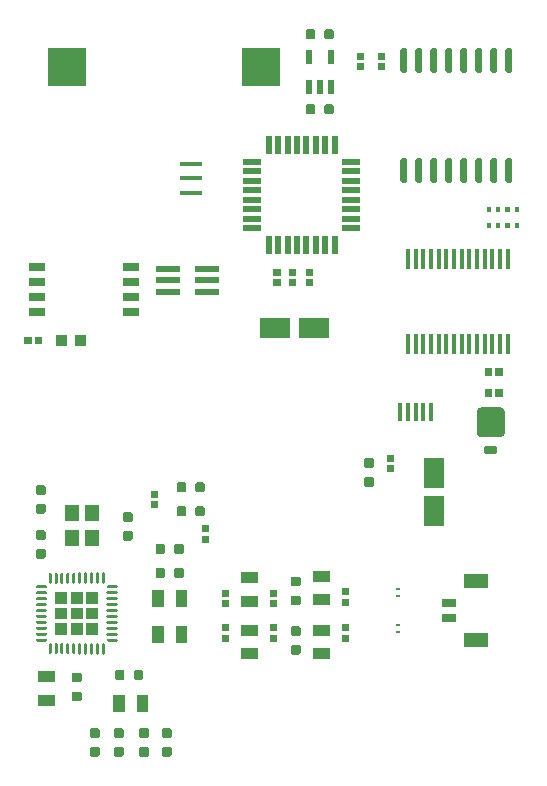
<source format=gtp>
G04 #@! TF.GenerationSoftware,KiCad,Pcbnew,(5.1.9)-1*
G04 #@! TF.CreationDate,2021-01-04T11:02:08-08:00*
G04 #@! TF.ProjectId,Plug_Pass,506c7567-5f50-4617-9373-2e6b69636164,v3.1*
G04 #@! TF.SameCoordinates,Original*
G04 #@! TF.FileFunction,Paste,Top*
G04 #@! TF.FilePolarity,Positive*
%FSLAX46Y46*%
G04 Gerber Fmt 4.6, Leading zero omitted, Abs format (unit mm)*
G04 Created by KiCad (PCBNEW (5.1.9)-1) date 2021-01-04 11:02:08*
%MOMM*%
%LPD*%
G01*
G04 APERTURE LIST*
%ADD10C,0.100000*%
%ADD11R,1.450000X0.750000*%
%ADD12R,2.000000X0.500000*%
%ADD13R,0.430000X0.280000*%
%ADD14R,3.200000X3.200000*%
%ADD15R,0.450000X1.500000*%
%ADD16R,1.200000X1.400000*%
%ADD17R,1.900000X0.400000*%
%ADD18R,1.800000X2.600000*%
%ADD19R,2.600000X1.800000*%
%ADD20R,2.150000X1.300000*%
%ADD21R,1.200000X0.800000*%
%ADD22R,1.500000X0.550000*%
%ADD23R,0.550000X1.500000*%
%ADD24R,0.450000X1.750000*%
%ADD25R,0.550000X1.200000*%
G04 APERTURE END LIST*
D10*
G36*
X135090000Y-110371000D02*
G01*
X134090000Y-110371000D01*
X134090000Y-111371000D01*
X135090000Y-111371000D01*
X135090000Y-110371000D01*
G37*
G36*
X135090000Y-109071000D02*
G01*
X134090000Y-109071000D01*
X134090000Y-110071000D01*
X135090000Y-110071000D01*
X135090000Y-109071000D01*
G37*
G36*
X136390000Y-109071000D02*
G01*
X135390000Y-109071000D01*
X135390000Y-110071000D01*
X136390000Y-110071000D01*
X136390000Y-109071000D01*
G37*
G36*
X136390000Y-110371000D02*
G01*
X135390000Y-110371000D01*
X135390000Y-111371000D01*
X136390000Y-111371000D01*
X136390000Y-110371000D01*
G37*
G36*
X137690000Y-109071000D02*
G01*
X136690000Y-109071000D01*
X136690000Y-110071000D01*
X137690000Y-110071000D01*
X137690000Y-109071000D01*
G37*
G36*
X137690000Y-110371000D02*
G01*
X136690000Y-110371000D01*
X136690000Y-111371000D01*
X137690000Y-111371000D01*
X137690000Y-110371000D01*
G37*
G36*
X135090000Y-111671000D02*
G01*
X134090000Y-111671000D01*
X134090000Y-112671000D01*
X135090000Y-112671000D01*
X135090000Y-111671000D01*
G37*
G36*
X136390000Y-111671000D02*
G01*
X135390000Y-111671000D01*
X135390000Y-112671000D01*
X136390000Y-112671000D01*
X136390000Y-111671000D01*
G37*
G36*
X137690000Y-111671000D02*
G01*
X136690000Y-111671000D01*
X136690000Y-112671000D01*
X137690000Y-112671000D01*
X137690000Y-111671000D01*
G37*
D11*
X140500000Y-81534000D03*
X140500000Y-82804000D03*
X140500000Y-84074000D03*
X140500000Y-85344000D03*
X132550000Y-85344000D03*
X132550000Y-84074000D03*
X132550000Y-82804000D03*
X132550000Y-81534000D03*
D12*
X146938000Y-83677000D03*
X143638000Y-83677000D03*
X146938000Y-82677000D03*
X143638000Y-82677000D03*
X146938000Y-81677000D03*
X143638000Y-81677000D03*
D13*
X163068000Y-112396000D03*
X163068000Y-111886000D03*
G36*
G01*
X149784250Y-113809000D02*
X151205750Y-113809000D01*
G75*
G02*
X151220000Y-113823250I0J-14250D01*
G01*
X151220000Y-114744750D01*
G75*
G02*
X151205750Y-114759000I-14250J0D01*
G01*
X149784250Y-114759000D01*
G75*
G02*
X149770000Y-114744750I0J14250D01*
G01*
X149770000Y-113823250D01*
G75*
G02*
X149784250Y-113809000I14250J0D01*
G01*
G37*
G36*
G01*
X149784250Y-111809000D02*
X151205750Y-111809000D01*
G75*
G02*
X151220000Y-111823250I0J-14250D01*
G01*
X151220000Y-112744750D01*
G75*
G02*
X151205750Y-112759000I-14250J0D01*
G01*
X149784250Y-112759000D01*
G75*
G02*
X149770000Y-112744750I0J14250D01*
G01*
X149770000Y-111823250D01*
G75*
G02*
X149784250Y-111809000I14250J0D01*
G01*
G37*
G36*
G01*
X158923700Y-112382000D02*
X158322300Y-112382000D01*
G75*
G02*
X158313000Y-112372700I0J9300D01*
G01*
X158313000Y-111771300D01*
G75*
G02*
X158322300Y-111762000I9300J0D01*
G01*
X158923700Y-111762000D01*
G75*
G02*
X158933000Y-111771300I0J-9300D01*
G01*
X158933000Y-112372700D01*
G75*
G02*
X158923700Y-112382000I-9300J0D01*
G01*
G37*
G36*
G01*
X158923700Y-113282000D02*
X158322300Y-113282000D01*
G75*
G02*
X158313000Y-113272700I0J9300D01*
G01*
X158313000Y-112671300D01*
G75*
G02*
X158322300Y-112662000I9300J0D01*
G01*
X158923700Y-112662000D01*
G75*
G02*
X158933000Y-112671300I0J-9300D01*
G01*
X158933000Y-113272700D01*
G75*
G02*
X158923700Y-113282000I-9300J0D01*
G01*
G37*
D14*
X151481400Y-64643000D03*
X135030600Y-64643000D03*
D15*
X165892000Y-93849000D03*
X165242000Y-93849000D03*
X164592000Y-93849000D03*
X163942000Y-93849000D03*
X163292000Y-93849000D03*
D16*
X135460000Y-104521000D03*
X135460000Y-102321000D03*
X137160000Y-102321000D03*
X137160000Y-104521000D03*
G36*
G01*
X153877300Y-82563000D02*
X154478700Y-82563000D01*
G75*
G02*
X154488000Y-82572300I0J-9300D01*
G01*
X154488000Y-83173700D01*
G75*
G02*
X154478700Y-83183000I-9300J0D01*
G01*
X153877300Y-83183000D01*
G75*
G02*
X153868000Y-83173700I0J9300D01*
G01*
X153868000Y-82572300D01*
G75*
G02*
X153877300Y-82563000I9300J0D01*
G01*
G37*
G36*
G01*
X153877300Y-81663000D02*
X154478700Y-81663000D01*
G75*
G02*
X154488000Y-81672300I0J-9300D01*
G01*
X154488000Y-82273700D01*
G75*
G02*
X154478700Y-82283000I-9300J0D01*
G01*
X153877300Y-82283000D01*
G75*
G02*
X153868000Y-82273700I0J9300D01*
G01*
X153868000Y-81672300D01*
G75*
G02*
X153877300Y-81663000I9300J0D01*
G01*
G37*
D17*
X145542000Y-75241000D03*
X145542000Y-74041000D03*
X145542000Y-72841000D03*
G36*
G01*
X132347000Y-88057700D02*
X132347000Y-87456300D01*
G75*
G02*
X132356300Y-87447000I9300J0D01*
G01*
X132957700Y-87447000D01*
G75*
G02*
X132967000Y-87456300I0J-9300D01*
G01*
X132967000Y-88057700D01*
G75*
G02*
X132957700Y-88067000I-9300J0D01*
G01*
X132356300Y-88067000D01*
G75*
G02*
X132347000Y-88057700I0J9300D01*
G01*
G37*
G36*
G01*
X131447000Y-88057700D02*
X131447000Y-87456300D01*
G75*
G02*
X131456300Y-87447000I9300J0D01*
G01*
X132057700Y-87447000D01*
G75*
G02*
X132067000Y-87456300I0J-9300D01*
G01*
X132067000Y-88057700D01*
G75*
G02*
X132057700Y-88067000I-9300J0D01*
G01*
X131456300Y-88067000D01*
G75*
G02*
X131447000Y-88057700I0J9300D01*
G01*
G37*
G36*
G01*
X171336000Y-92502700D02*
X171336000Y-91901300D01*
G75*
G02*
X171345300Y-91892000I9300J0D01*
G01*
X171946700Y-91892000D01*
G75*
G02*
X171956000Y-91901300I0J-9300D01*
G01*
X171956000Y-92502700D01*
G75*
G02*
X171946700Y-92512000I-9300J0D01*
G01*
X171345300Y-92512000D01*
G75*
G02*
X171336000Y-92502700I0J9300D01*
G01*
G37*
G36*
G01*
X170436000Y-92502700D02*
X170436000Y-91901300D01*
G75*
G02*
X170445300Y-91892000I9300J0D01*
G01*
X171046700Y-91892000D01*
G75*
G02*
X171056000Y-91901300I0J-9300D01*
G01*
X171056000Y-92502700D01*
G75*
G02*
X171046700Y-92512000I-9300J0D01*
G01*
X170445300Y-92512000D01*
G75*
G02*
X170436000Y-92502700I0J9300D01*
G01*
G37*
G36*
G01*
X171336000Y-90724700D02*
X171336000Y-90123300D01*
G75*
G02*
X171345300Y-90114000I9300J0D01*
G01*
X171946700Y-90114000D01*
G75*
G02*
X171956000Y-90123300I0J-9300D01*
G01*
X171956000Y-90724700D01*
G75*
G02*
X171946700Y-90734000I-9300J0D01*
G01*
X171345300Y-90734000D01*
G75*
G02*
X171336000Y-90724700I0J9300D01*
G01*
G37*
G36*
G01*
X170436000Y-90724700D02*
X170436000Y-90123300D01*
G75*
G02*
X170445300Y-90114000I9300J0D01*
G01*
X171046700Y-90114000D01*
G75*
G02*
X171056000Y-90123300I0J-9300D01*
G01*
X171056000Y-90724700D01*
G75*
G02*
X171046700Y-90734000I-9300J0D01*
G01*
X170445300Y-90734000D01*
G75*
G02*
X170436000Y-90724700I0J9300D01*
G01*
G37*
G36*
G01*
X146511300Y-104280000D02*
X147112700Y-104280000D01*
G75*
G02*
X147122000Y-104289300I0J-9300D01*
G01*
X147122000Y-104890700D01*
G75*
G02*
X147112700Y-104900000I-9300J0D01*
G01*
X146511300Y-104900000D01*
G75*
G02*
X146502000Y-104890700I0J9300D01*
G01*
X146502000Y-104289300D01*
G75*
G02*
X146511300Y-104280000I9300J0D01*
G01*
G37*
G36*
G01*
X146511300Y-103380000D02*
X147112700Y-103380000D01*
G75*
G02*
X147122000Y-103389300I0J-9300D01*
G01*
X147122000Y-103990700D01*
G75*
G02*
X147112700Y-104000000I-9300J0D01*
G01*
X146511300Y-104000000D01*
G75*
G02*
X146502000Y-103990700I0J9300D01*
G01*
X146502000Y-103389300D01*
G75*
G02*
X146511300Y-103380000I9300J0D01*
G01*
G37*
G36*
G01*
X142193300Y-101359000D02*
X142794700Y-101359000D01*
G75*
G02*
X142804000Y-101368300I0J-9300D01*
G01*
X142804000Y-101969700D01*
G75*
G02*
X142794700Y-101979000I-9300J0D01*
G01*
X142193300Y-101979000D01*
G75*
G02*
X142184000Y-101969700I0J9300D01*
G01*
X142184000Y-101368300D01*
G75*
G02*
X142193300Y-101359000I9300J0D01*
G01*
G37*
G36*
G01*
X142193300Y-100459000D02*
X142794700Y-100459000D01*
G75*
G02*
X142804000Y-100468300I0J-9300D01*
G01*
X142804000Y-101069700D01*
G75*
G02*
X142794700Y-101079000I-9300J0D01*
G01*
X142193300Y-101079000D01*
G75*
G02*
X142184000Y-101069700I0J9300D01*
G01*
X142184000Y-100468300D01*
G75*
G02*
X142193300Y-100459000I9300J0D01*
G01*
G37*
G36*
G01*
X158923700Y-109334000D02*
X158322300Y-109334000D01*
G75*
G02*
X158313000Y-109324700I0J9300D01*
G01*
X158313000Y-108723300D01*
G75*
G02*
X158322300Y-108714000I9300J0D01*
G01*
X158923700Y-108714000D01*
G75*
G02*
X158933000Y-108723300I0J-9300D01*
G01*
X158933000Y-109324700D01*
G75*
G02*
X158923700Y-109334000I-9300J0D01*
G01*
G37*
G36*
G01*
X158923700Y-110234000D02*
X158322300Y-110234000D01*
G75*
G02*
X158313000Y-110224700I0J9300D01*
G01*
X158313000Y-109623300D01*
G75*
G02*
X158322300Y-109614000I9300J0D01*
G01*
X158923700Y-109614000D01*
G75*
G02*
X158933000Y-109623300I0J-9300D01*
G01*
X158933000Y-110224700D01*
G75*
G02*
X158923700Y-110234000I-9300J0D01*
G01*
G37*
G36*
G01*
X159592300Y-64275000D02*
X160193700Y-64275000D01*
G75*
G02*
X160203000Y-64284300I0J-9300D01*
G01*
X160203000Y-64885700D01*
G75*
G02*
X160193700Y-64895000I-9300J0D01*
G01*
X159592300Y-64895000D01*
G75*
G02*
X159583000Y-64885700I0J9300D01*
G01*
X159583000Y-64284300D01*
G75*
G02*
X159592300Y-64275000I9300J0D01*
G01*
G37*
G36*
G01*
X159592300Y-63375000D02*
X160193700Y-63375000D01*
G75*
G02*
X160203000Y-63384300I0J-9300D01*
G01*
X160203000Y-63985700D01*
G75*
G02*
X160193700Y-63995000I-9300J0D01*
G01*
X159592300Y-63995000D01*
G75*
G02*
X159583000Y-63985700I0J9300D01*
G01*
X159583000Y-63384300D01*
G75*
G02*
X159592300Y-63375000I9300J0D01*
G01*
G37*
G36*
G01*
X161370300Y-64275000D02*
X161971700Y-64275000D01*
G75*
G02*
X161981000Y-64284300I0J-9300D01*
G01*
X161981000Y-64885700D01*
G75*
G02*
X161971700Y-64895000I-9300J0D01*
G01*
X161370300Y-64895000D01*
G75*
G02*
X161361000Y-64885700I0J9300D01*
G01*
X161361000Y-64284300D01*
G75*
G02*
X161370300Y-64275000I9300J0D01*
G01*
G37*
G36*
G01*
X161370300Y-63375000D02*
X161971700Y-63375000D01*
G75*
G02*
X161981000Y-63384300I0J-9300D01*
G01*
X161981000Y-63985700D01*
G75*
G02*
X161971700Y-63995000I-9300J0D01*
G01*
X161370300Y-63995000D01*
G75*
G02*
X161361000Y-63985700I0J9300D01*
G01*
X161361000Y-63384300D01*
G75*
G02*
X161370300Y-63375000I9300J0D01*
G01*
G37*
G36*
G01*
X134060750Y-116696000D02*
X132639250Y-116696000D01*
G75*
G02*
X132625000Y-116681750I0J14250D01*
G01*
X132625000Y-115760250D01*
G75*
G02*
X132639250Y-115746000I14250J0D01*
G01*
X134060750Y-115746000D01*
G75*
G02*
X134075000Y-115760250I0J-14250D01*
G01*
X134075000Y-116681750D01*
G75*
G02*
X134060750Y-116696000I-14250J0D01*
G01*
G37*
G36*
G01*
X134060750Y-118696000D02*
X132639250Y-118696000D01*
G75*
G02*
X132625000Y-118681750I0J14250D01*
G01*
X132625000Y-117760250D01*
G75*
G02*
X132639250Y-117746000I14250J0D01*
G01*
X134060750Y-117746000D01*
G75*
G02*
X134075000Y-117760250I0J-14250D01*
G01*
X134075000Y-118681750D01*
G75*
G02*
X134060750Y-118696000I-14250J0D01*
G01*
G37*
G36*
G01*
X143239000Y-108890250D02*
X143239000Y-110311750D01*
G75*
G02*
X143224750Y-110326000I-14250J0D01*
G01*
X142303250Y-110326000D01*
G75*
G02*
X142289000Y-110311750I0J14250D01*
G01*
X142289000Y-108890250D01*
G75*
G02*
X142303250Y-108876000I14250J0D01*
G01*
X143224750Y-108876000D01*
G75*
G02*
X143239000Y-108890250I0J-14250D01*
G01*
G37*
G36*
G01*
X145239000Y-108890250D02*
X145239000Y-110311750D01*
G75*
G02*
X145224750Y-110326000I-14250J0D01*
G01*
X144303250Y-110326000D01*
G75*
G02*
X144289000Y-110311750I0J14250D01*
G01*
X144289000Y-108890250D01*
G75*
G02*
X144303250Y-108876000I14250J0D01*
G01*
X145224750Y-108876000D01*
G75*
G02*
X145239000Y-108890250I0J-14250D01*
G01*
G37*
G36*
G01*
X143239000Y-111938250D02*
X143239000Y-113359750D01*
G75*
G02*
X143224750Y-113374000I-14250J0D01*
G01*
X142303250Y-113374000D01*
G75*
G02*
X142289000Y-113359750I0J14250D01*
G01*
X142289000Y-111938250D01*
G75*
G02*
X142303250Y-111924000I14250J0D01*
G01*
X143224750Y-111924000D01*
G75*
G02*
X143239000Y-111938250I0J-14250D01*
G01*
G37*
G36*
G01*
X145239000Y-111938250D02*
X145239000Y-113359750D01*
G75*
G02*
X145224750Y-113374000I-14250J0D01*
G01*
X144303250Y-113374000D01*
G75*
G02*
X144289000Y-113359750I0J14250D01*
G01*
X144289000Y-111938250D01*
G75*
G02*
X144303250Y-111924000I14250J0D01*
G01*
X145224750Y-111924000D01*
G75*
G02*
X145239000Y-111938250I0J-14250D01*
G01*
G37*
G36*
G01*
X139937000Y-117780250D02*
X139937000Y-119201750D01*
G75*
G02*
X139922750Y-119216000I-14250J0D01*
G01*
X139001250Y-119216000D01*
G75*
G02*
X138987000Y-119201750I0J14250D01*
G01*
X138987000Y-117780250D01*
G75*
G02*
X139001250Y-117766000I14250J0D01*
G01*
X139922750Y-117766000D01*
G75*
G02*
X139937000Y-117780250I0J-14250D01*
G01*
G37*
G36*
G01*
X141937000Y-117780250D02*
X141937000Y-119201750D01*
G75*
G02*
X141922750Y-119216000I-14250J0D01*
G01*
X141001250Y-119216000D01*
G75*
G02*
X140987000Y-119201750I0J14250D01*
G01*
X140987000Y-117780250D01*
G75*
G02*
X141001250Y-117766000I14250J0D01*
G01*
X141922750Y-117766000D01*
G75*
G02*
X141937000Y-117780250I0J-14250D01*
G01*
G37*
G36*
G01*
X136632000Y-87295500D02*
X136632000Y-88218500D01*
G75*
G02*
X136618500Y-88232000I-13500J0D01*
G01*
X135745500Y-88232000D01*
G75*
G02*
X135732000Y-88218500I0J13500D01*
G01*
X135732000Y-87295500D01*
G75*
G02*
X135745500Y-87282000I13500J0D01*
G01*
X136618500Y-87282000D01*
G75*
G02*
X136632000Y-87295500I0J-13500D01*
G01*
G37*
G36*
G01*
X135032000Y-87295500D02*
X135032000Y-88218500D01*
G75*
G02*
X135018500Y-88232000I-13500J0D01*
G01*
X134145500Y-88232000D01*
G75*
G02*
X134132000Y-88218500I0J13500D01*
G01*
X134132000Y-87295500D01*
G75*
G02*
X134145500Y-87282000I13500J0D01*
G01*
X135018500Y-87282000D01*
G75*
G02*
X135032000Y-87295500I0J-13500D01*
G01*
G37*
G36*
G01*
X162132300Y-97411000D02*
X162733700Y-97411000D01*
G75*
G02*
X162743000Y-97420300I0J-9300D01*
G01*
X162743000Y-98021700D01*
G75*
G02*
X162733700Y-98031000I-9300J0D01*
G01*
X162132300Y-98031000D01*
G75*
G02*
X162123000Y-98021700I0J9300D01*
G01*
X162123000Y-97420300D01*
G75*
G02*
X162132300Y-97411000I9300J0D01*
G01*
G37*
G36*
G01*
X162132300Y-98311000D02*
X162733700Y-98311000D01*
G75*
G02*
X162743000Y-98320300I0J-9300D01*
G01*
X162743000Y-98921700D01*
G75*
G02*
X162733700Y-98931000I-9300J0D01*
G01*
X162132300Y-98931000D01*
G75*
G02*
X162123000Y-98921700I0J9300D01*
G01*
X162123000Y-98320300D01*
G75*
G02*
X162132300Y-98311000I9300J0D01*
G01*
G37*
D18*
X166116000Y-102234000D03*
X166116000Y-98934000D03*
G36*
G01*
X155274300Y-81663000D02*
X155875700Y-81663000D01*
G75*
G02*
X155885000Y-81672300I0J-9300D01*
G01*
X155885000Y-82273700D01*
G75*
G02*
X155875700Y-82283000I-9300J0D01*
G01*
X155274300Y-82283000D01*
G75*
G02*
X155265000Y-82273700I0J9300D01*
G01*
X155265000Y-81672300D01*
G75*
G02*
X155274300Y-81663000I9300J0D01*
G01*
G37*
G36*
G01*
X155274300Y-82563000D02*
X155875700Y-82563000D01*
G75*
G02*
X155885000Y-82572300I0J-9300D01*
G01*
X155885000Y-83173700D01*
G75*
G02*
X155875700Y-83183000I-9300J0D01*
G01*
X155274300Y-83183000D01*
G75*
G02*
X155265000Y-83173700I0J9300D01*
G01*
X155265000Y-82572300D01*
G75*
G02*
X155274300Y-82563000I9300J0D01*
G01*
G37*
D19*
X155955000Y-86741000D03*
X152655000Y-86741000D03*
G36*
G01*
X133146160Y-100817800D02*
X132537840Y-100817800D01*
G75*
G02*
X132418200Y-100698160I0J119640D01*
G01*
X132418200Y-100139840D01*
G75*
G02*
X132537840Y-100020200I119640J0D01*
G01*
X133146160Y-100020200D01*
G75*
G02*
X133265800Y-100139840I0J-119640D01*
G01*
X133265800Y-100698160D01*
G75*
G02*
X133146160Y-100817800I-119640J0D01*
G01*
G37*
G36*
G01*
X133146160Y-102417800D02*
X132537840Y-102417800D01*
G75*
G02*
X132418200Y-102298160I0J119640D01*
G01*
X132418200Y-101739840D01*
G75*
G02*
X132537840Y-101620200I119640J0D01*
G01*
X133146160Y-101620200D01*
G75*
G02*
X133265800Y-101739840I0J-119640D01*
G01*
X133265800Y-102298160D01*
G75*
G02*
X133146160Y-102417800I-119640J0D01*
G01*
G37*
G36*
G01*
X140512160Y-103103800D02*
X139903840Y-103103800D01*
G75*
G02*
X139784200Y-102984160I0J119640D01*
G01*
X139784200Y-102425840D01*
G75*
G02*
X139903840Y-102306200I119640J0D01*
G01*
X140512160Y-102306200D01*
G75*
G02*
X140631800Y-102425840I0J-119640D01*
G01*
X140631800Y-102984160D01*
G75*
G02*
X140512160Y-103103800I-119640J0D01*
G01*
G37*
G36*
G01*
X140512160Y-104703800D02*
X139903840Y-104703800D01*
G75*
G02*
X139784200Y-104584160I0J119640D01*
G01*
X139784200Y-104025840D01*
G75*
G02*
X139903840Y-103906200I119640J0D01*
G01*
X140512160Y-103906200D01*
G75*
G02*
X140631800Y-104025840I0J-119640D01*
G01*
X140631800Y-104584160D01*
G75*
G02*
X140512160Y-104703800I-119640J0D01*
G01*
G37*
G36*
G01*
X145140800Y-99898840D02*
X145140800Y-100507160D01*
G75*
G02*
X145021160Y-100626800I-119640J0D01*
G01*
X144462840Y-100626800D01*
G75*
G02*
X144343200Y-100507160I0J119640D01*
G01*
X144343200Y-99898840D01*
G75*
G02*
X144462840Y-99779200I119640J0D01*
G01*
X145021160Y-99779200D01*
G75*
G02*
X145140800Y-99898840I0J-119640D01*
G01*
G37*
G36*
G01*
X146740800Y-99898840D02*
X146740800Y-100507160D01*
G75*
G02*
X146621160Y-100626800I-119640J0D01*
G01*
X146062840Y-100626800D01*
G75*
G02*
X145943200Y-100507160I0J119640D01*
G01*
X145943200Y-99898840D01*
G75*
G02*
X146062840Y-99779200I119640J0D01*
G01*
X146621160Y-99779200D01*
G75*
G02*
X146740800Y-99898840I0J-119640D01*
G01*
G37*
G36*
G01*
X156865200Y-62153160D02*
X156865200Y-61544840D01*
G75*
G02*
X156984840Y-61425200I119640J0D01*
G01*
X157543160Y-61425200D01*
G75*
G02*
X157662800Y-61544840I0J-119640D01*
G01*
X157662800Y-62153160D01*
G75*
G02*
X157543160Y-62272800I-119640J0D01*
G01*
X156984840Y-62272800D01*
G75*
G02*
X156865200Y-62153160I0J119640D01*
G01*
G37*
G36*
G01*
X155265200Y-62153160D02*
X155265200Y-61544840D01*
G75*
G02*
X155384840Y-61425200I119640J0D01*
G01*
X155943160Y-61425200D01*
G75*
G02*
X156062800Y-61544840I0J-119640D01*
G01*
X156062800Y-62153160D01*
G75*
G02*
X155943160Y-62272800I-119640J0D01*
G01*
X155384840Y-62272800D01*
G75*
G02*
X155265200Y-62153160I0J119640D01*
G01*
G37*
G36*
G01*
X156865200Y-68503160D02*
X156865200Y-67894840D01*
G75*
G02*
X156984840Y-67775200I119640J0D01*
G01*
X157543160Y-67775200D01*
G75*
G02*
X157662800Y-67894840I0J-119640D01*
G01*
X157662800Y-68503160D01*
G75*
G02*
X157543160Y-68622800I-119640J0D01*
G01*
X156984840Y-68622800D01*
G75*
G02*
X156865200Y-68503160I0J119640D01*
G01*
G37*
G36*
G01*
X155265200Y-68503160D02*
X155265200Y-67894840D01*
G75*
G02*
X155384840Y-67775200I119640J0D01*
G01*
X155943160Y-67775200D01*
G75*
G02*
X156062800Y-67894840I0J-119640D01*
G01*
X156062800Y-68503160D01*
G75*
G02*
X155943160Y-68622800I-119640J0D01*
G01*
X155384840Y-68622800D01*
G75*
G02*
X155265200Y-68503160I0J119640D01*
G01*
G37*
G36*
G01*
X145140800Y-101930840D02*
X145140800Y-102539160D01*
G75*
G02*
X145021160Y-102658800I-119640J0D01*
G01*
X144462840Y-102658800D01*
G75*
G02*
X144343200Y-102539160I0J119640D01*
G01*
X144343200Y-101930840D01*
G75*
G02*
X144462840Y-101811200I119640J0D01*
G01*
X145021160Y-101811200D01*
G75*
G02*
X145140800Y-101930840I0J-119640D01*
G01*
G37*
G36*
G01*
X146740800Y-101930840D02*
X146740800Y-102539160D01*
G75*
G02*
X146621160Y-102658800I-119640J0D01*
G01*
X146062840Y-102658800D01*
G75*
G02*
X145943200Y-102539160I0J119640D01*
G01*
X145943200Y-101930840D01*
G75*
G02*
X146062840Y-101811200I119640J0D01*
G01*
X146621160Y-101811200D01*
G75*
G02*
X146740800Y-101930840I0J-119640D01*
G01*
G37*
G36*
G01*
X143362800Y-107137840D02*
X143362800Y-107746160D01*
G75*
G02*
X143243160Y-107865800I-119640J0D01*
G01*
X142684840Y-107865800D01*
G75*
G02*
X142565200Y-107746160I0J119640D01*
G01*
X142565200Y-107137840D01*
G75*
G02*
X142684840Y-107018200I119640J0D01*
G01*
X143243160Y-107018200D01*
G75*
G02*
X143362800Y-107137840I0J-119640D01*
G01*
G37*
G36*
G01*
X144962800Y-107137840D02*
X144962800Y-107746160D01*
G75*
G02*
X144843160Y-107865800I-119640J0D01*
G01*
X144284840Y-107865800D01*
G75*
G02*
X144165200Y-107746160I0J119640D01*
G01*
X144165200Y-107137840D01*
G75*
G02*
X144284840Y-107018200I119640J0D01*
G01*
X144843160Y-107018200D01*
G75*
G02*
X144962800Y-107137840I0J-119640D01*
G01*
G37*
G36*
G01*
X132537840Y-105430200D02*
X133146160Y-105430200D01*
G75*
G02*
X133265800Y-105549840I0J-119640D01*
G01*
X133265800Y-106108160D01*
G75*
G02*
X133146160Y-106227800I-119640J0D01*
G01*
X132537840Y-106227800D01*
G75*
G02*
X132418200Y-106108160I0J119640D01*
G01*
X132418200Y-105549840D01*
G75*
G02*
X132537840Y-105430200I119640J0D01*
G01*
G37*
G36*
G01*
X132537840Y-103830200D02*
X133146160Y-103830200D01*
G75*
G02*
X133265800Y-103949840I0J-119640D01*
G01*
X133265800Y-104508160D01*
G75*
G02*
X133146160Y-104627800I-119640J0D01*
G01*
X132537840Y-104627800D01*
G75*
G02*
X132418200Y-104508160I0J119640D01*
G01*
X132418200Y-103949840D01*
G75*
G02*
X132537840Y-103830200I119640J0D01*
G01*
G37*
G36*
G01*
X143362800Y-105105840D02*
X143362800Y-105714160D01*
G75*
G02*
X143243160Y-105833800I-119640J0D01*
G01*
X142684840Y-105833800D01*
G75*
G02*
X142565200Y-105714160I0J119640D01*
G01*
X142565200Y-105105840D01*
G75*
G02*
X142684840Y-104986200I119640J0D01*
G01*
X143243160Y-104986200D01*
G75*
G02*
X143362800Y-105105840I0J-119640D01*
G01*
G37*
G36*
G01*
X144962800Y-105105840D02*
X144962800Y-105714160D01*
G75*
G02*
X144843160Y-105833800I-119640J0D01*
G01*
X144284840Y-105833800D01*
G75*
G02*
X144165200Y-105714160I0J119640D01*
G01*
X144165200Y-105105840D01*
G75*
G02*
X144284840Y-104986200I119640J0D01*
G01*
X144843160Y-104986200D01*
G75*
G02*
X144962800Y-105105840I0J-119640D01*
G01*
G37*
G36*
G01*
X149784250Y-109364000D02*
X151205750Y-109364000D01*
G75*
G02*
X151220000Y-109378250I0J-14250D01*
G01*
X151220000Y-110299750D01*
G75*
G02*
X151205750Y-110314000I-14250J0D01*
G01*
X149784250Y-110314000D01*
G75*
G02*
X149770000Y-110299750I0J14250D01*
G01*
X149770000Y-109378250D01*
G75*
G02*
X149784250Y-109364000I14250J0D01*
G01*
G37*
G36*
G01*
X149784250Y-107364000D02*
X151205750Y-107364000D01*
G75*
G02*
X151220000Y-107378250I0J-14250D01*
G01*
X151220000Y-108299750D01*
G75*
G02*
X151205750Y-108314000I-14250J0D01*
G01*
X149784250Y-108314000D01*
G75*
G02*
X149770000Y-108299750I0J14250D01*
G01*
X149770000Y-107378250D01*
G75*
G02*
X149784250Y-107364000I14250J0D01*
G01*
G37*
G36*
G01*
X152226300Y-109741000D02*
X152827700Y-109741000D01*
G75*
G02*
X152837000Y-109750300I0J-9300D01*
G01*
X152837000Y-110351700D01*
G75*
G02*
X152827700Y-110361000I-9300J0D01*
G01*
X152226300Y-110361000D01*
G75*
G02*
X152217000Y-110351700I0J9300D01*
G01*
X152217000Y-109750300D01*
G75*
G02*
X152226300Y-109741000I9300J0D01*
G01*
G37*
G36*
G01*
X152226300Y-108841000D02*
X152827700Y-108841000D01*
G75*
G02*
X152837000Y-108850300I0J-9300D01*
G01*
X152837000Y-109451700D01*
G75*
G02*
X152827700Y-109461000I-9300J0D01*
G01*
X152226300Y-109461000D01*
G75*
G02*
X152217000Y-109451700I0J9300D01*
G01*
X152217000Y-108850300D01*
G75*
G02*
X152226300Y-108841000I9300J0D01*
G01*
G37*
G36*
G01*
X148763700Y-109461000D02*
X148162300Y-109461000D01*
G75*
G02*
X148153000Y-109451700I0J9300D01*
G01*
X148153000Y-108850300D01*
G75*
G02*
X148162300Y-108841000I9300J0D01*
G01*
X148763700Y-108841000D01*
G75*
G02*
X148773000Y-108850300I0J-9300D01*
G01*
X148773000Y-109451700D01*
G75*
G02*
X148763700Y-109461000I-9300J0D01*
G01*
G37*
G36*
G01*
X148763700Y-110361000D02*
X148162300Y-110361000D01*
G75*
G02*
X148153000Y-110351700I0J9300D01*
G01*
X148153000Y-109750300D01*
G75*
G02*
X148162300Y-109741000I9300J0D01*
G01*
X148763700Y-109741000D01*
G75*
G02*
X148773000Y-109750300I0J-9300D01*
G01*
X148773000Y-110351700D01*
G75*
G02*
X148763700Y-110361000I-9300J0D01*
G01*
G37*
G36*
G01*
X154127840Y-109367200D02*
X154736160Y-109367200D01*
G75*
G02*
X154855800Y-109486840I0J-119640D01*
G01*
X154855800Y-110045160D01*
G75*
G02*
X154736160Y-110164800I-119640J0D01*
G01*
X154127840Y-110164800D01*
G75*
G02*
X154008200Y-110045160I0J119640D01*
G01*
X154008200Y-109486840D01*
G75*
G02*
X154127840Y-109367200I119640J0D01*
G01*
G37*
G36*
G01*
X154127840Y-107767200D02*
X154736160Y-107767200D01*
G75*
G02*
X154855800Y-107886840I0J-119640D01*
G01*
X154855800Y-108445160D01*
G75*
G02*
X154736160Y-108564800I-119640J0D01*
G01*
X154127840Y-108564800D01*
G75*
G02*
X154008200Y-108445160I0J119640D01*
G01*
X154008200Y-107886840D01*
G75*
G02*
X154127840Y-107767200I119640J0D01*
G01*
G37*
G36*
G01*
X155880250Y-109237000D02*
X157301750Y-109237000D01*
G75*
G02*
X157316000Y-109251250I0J-14250D01*
G01*
X157316000Y-110172750D01*
G75*
G02*
X157301750Y-110187000I-14250J0D01*
G01*
X155880250Y-110187000D01*
G75*
G02*
X155866000Y-110172750I0J14250D01*
G01*
X155866000Y-109251250D01*
G75*
G02*
X155880250Y-109237000I14250J0D01*
G01*
G37*
G36*
G01*
X155880250Y-107237000D02*
X157301750Y-107237000D01*
G75*
G02*
X157316000Y-107251250I0J-14250D01*
G01*
X157316000Y-108172750D01*
G75*
G02*
X157301750Y-108187000I-14250J0D01*
G01*
X155880250Y-108187000D01*
G75*
G02*
X155866000Y-108172750I0J14250D01*
G01*
X155866000Y-107251250D01*
G75*
G02*
X155880250Y-107237000I14250J0D01*
G01*
G37*
G36*
G01*
X148763700Y-112382000D02*
X148162300Y-112382000D01*
G75*
G02*
X148153000Y-112372700I0J9300D01*
G01*
X148153000Y-111771300D01*
G75*
G02*
X148162300Y-111762000I9300J0D01*
G01*
X148763700Y-111762000D01*
G75*
G02*
X148773000Y-111771300I0J-9300D01*
G01*
X148773000Y-112372700D01*
G75*
G02*
X148763700Y-112382000I-9300J0D01*
G01*
G37*
G36*
G01*
X148763700Y-113282000D02*
X148162300Y-113282000D01*
G75*
G02*
X148153000Y-113272700I0J9300D01*
G01*
X148153000Y-112671300D01*
G75*
G02*
X148162300Y-112662000I9300J0D01*
G01*
X148763700Y-112662000D01*
G75*
G02*
X148773000Y-112671300I0J-9300D01*
G01*
X148773000Y-113272700D01*
G75*
G02*
X148763700Y-113282000I-9300J0D01*
G01*
G37*
G36*
G01*
X154127840Y-113558200D02*
X154736160Y-113558200D01*
G75*
G02*
X154855800Y-113677840I0J-119640D01*
G01*
X154855800Y-114236160D01*
G75*
G02*
X154736160Y-114355800I-119640J0D01*
G01*
X154127840Y-114355800D01*
G75*
G02*
X154008200Y-114236160I0J119640D01*
G01*
X154008200Y-113677840D01*
G75*
G02*
X154127840Y-113558200I119640J0D01*
G01*
G37*
G36*
G01*
X154127840Y-111958200D02*
X154736160Y-111958200D01*
G75*
G02*
X154855800Y-112077840I0J-119640D01*
G01*
X154855800Y-112636160D01*
G75*
G02*
X154736160Y-112755800I-119640J0D01*
G01*
X154127840Y-112755800D01*
G75*
G02*
X154008200Y-112636160I0J119640D01*
G01*
X154008200Y-112077840D01*
G75*
G02*
X154127840Y-111958200I119640J0D01*
G01*
G37*
G36*
G01*
X155880250Y-113809000D02*
X157301750Y-113809000D01*
G75*
G02*
X157316000Y-113823250I0J-14250D01*
G01*
X157316000Y-114744750D01*
G75*
G02*
X157301750Y-114759000I-14250J0D01*
G01*
X155880250Y-114759000D01*
G75*
G02*
X155866000Y-114744750I0J14250D01*
G01*
X155866000Y-113823250D01*
G75*
G02*
X155880250Y-113809000I14250J0D01*
G01*
G37*
G36*
G01*
X155880250Y-111809000D02*
X157301750Y-111809000D01*
G75*
G02*
X157316000Y-111823250I0J-14250D01*
G01*
X157316000Y-112744750D01*
G75*
G02*
X157301750Y-112759000I-14250J0D01*
G01*
X155880250Y-112759000D01*
G75*
G02*
X155866000Y-112744750I0J14250D01*
G01*
X155866000Y-111823250D01*
G75*
G02*
X155880250Y-111809000I14250J0D01*
G01*
G37*
G36*
G01*
X143814160Y-121391800D02*
X143205840Y-121391800D01*
G75*
G02*
X143086200Y-121272160I0J119640D01*
G01*
X143086200Y-120713840D01*
G75*
G02*
X143205840Y-120594200I119640J0D01*
G01*
X143814160Y-120594200D01*
G75*
G02*
X143933800Y-120713840I0J-119640D01*
G01*
X143933800Y-121272160D01*
G75*
G02*
X143814160Y-121391800I-119640J0D01*
G01*
G37*
G36*
G01*
X143814160Y-122991800D02*
X143205840Y-122991800D01*
G75*
G02*
X143086200Y-122872160I0J119640D01*
G01*
X143086200Y-122313840D01*
G75*
G02*
X143205840Y-122194200I119640J0D01*
G01*
X143814160Y-122194200D01*
G75*
G02*
X143933800Y-122313840I0J-119640D01*
G01*
X143933800Y-122872160D01*
G75*
G02*
X143814160Y-122991800I-119640J0D01*
G01*
G37*
G36*
G01*
X152226300Y-112662000D02*
X152827700Y-112662000D01*
G75*
G02*
X152837000Y-112671300I0J-9300D01*
G01*
X152837000Y-113272700D01*
G75*
G02*
X152827700Y-113282000I-9300J0D01*
G01*
X152226300Y-113282000D01*
G75*
G02*
X152217000Y-113272700I0J9300D01*
G01*
X152217000Y-112671300D01*
G75*
G02*
X152226300Y-112662000I9300J0D01*
G01*
G37*
G36*
G01*
X152226300Y-111762000D02*
X152827700Y-111762000D01*
G75*
G02*
X152837000Y-111771300I0J-9300D01*
G01*
X152837000Y-112372700D01*
G75*
G02*
X152827700Y-112382000I-9300J0D01*
G01*
X152226300Y-112382000D01*
G75*
G02*
X152217000Y-112372700I0J9300D01*
G01*
X152217000Y-111771300D01*
G75*
G02*
X152226300Y-111762000I9300J0D01*
G01*
G37*
G36*
G01*
X135585840Y-117495200D02*
X136194160Y-117495200D01*
G75*
G02*
X136313800Y-117614840I0J-119640D01*
G01*
X136313800Y-118173160D01*
G75*
G02*
X136194160Y-118292800I-119640J0D01*
G01*
X135585840Y-118292800D01*
G75*
G02*
X135466200Y-118173160I0J119640D01*
G01*
X135466200Y-117614840D01*
G75*
G02*
X135585840Y-117495200I119640J0D01*
G01*
G37*
G36*
G01*
X135585840Y-115895200D02*
X136194160Y-115895200D01*
G75*
G02*
X136313800Y-116014840I0J-119640D01*
G01*
X136313800Y-116573160D01*
G75*
G02*
X136194160Y-116692800I-119640J0D01*
G01*
X135585840Y-116692800D01*
G75*
G02*
X135466200Y-116573160I0J119640D01*
G01*
X135466200Y-116014840D01*
G75*
G02*
X135585840Y-115895200I119640J0D01*
G01*
G37*
G36*
G01*
X141909160Y-121391800D02*
X141300840Y-121391800D01*
G75*
G02*
X141181200Y-121272160I0J119640D01*
G01*
X141181200Y-120713840D01*
G75*
G02*
X141300840Y-120594200I119640J0D01*
G01*
X141909160Y-120594200D01*
G75*
G02*
X142028800Y-120713840I0J-119640D01*
G01*
X142028800Y-121272160D01*
G75*
G02*
X141909160Y-121391800I-119640J0D01*
G01*
G37*
G36*
G01*
X141909160Y-122991800D02*
X141300840Y-122991800D01*
G75*
G02*
X141181200Y-122872160I0J119640D01*
G01*
X141181200Y-122313840D01*
G75*
G02*
X141300840Y-122194200I119640J0D01*
G01*
X141909160Y-122194200D01*
G75*
G02*
X142028800Y-122313840I0J-119640D01*
G01*
X142028800Y-122872160D01*
G75*
G02*
X141909160Y-122991800I-119640J0D01*
G01*
G37*
G36*
G01*
X139750160Y-121391800D02*
X139141840Y-121391800D01*
G75*
G02*
X139022200Y-121272160I0J119640D01*
G01*
X139022200Y-120713840D01*
G75*
G02*
X139141840Y-120594200I119640J0D01*
G01*
X139750160Y-120594200D01*
G75*
G02*
X139869800Y-120713840I0J-119640D01*
G01*
X139869800Y-121272160D01*
G75*
G02*
X139750160Y-121391800I-119640J0D01*
G01*
G37*
G36*
G01*
X139750160Y-122991800D02*
X139141840Y-122991800D01*
G75*
G02*
X139022200Y-122872160I0J119640D01*
G01*
X139022200Y-122313840D01*
G75*
G02*
X139141840Y-122194200I119640J0D01*
G01*
X139750160Y-122194200D01*
G75*
G02*
X139869800Y-122313840I0J-119640D01*
G01*
X139869800Y-122872160D01*
G75*
G02*
X139750160Y-122991800I-119640J0D01*
G01*
G37*
G36*
G01*
X139933800Y-115773840D02*
X139933800Y-116382160D01*
G75*
G02*
X139814160Y-116501800I-119640J0D01*
G01*
X139255840Y-116501800D01*
G75*
G02*
X139136200Y-116382160I0J119640D01*
G01*
X139136200Y-115773840D01*
G75*
G02*
X139255840Y-115654200I119640J0D01*
G01*
X139814160Y-115654200D01*
G75*
G02*
X139933800Y-115773840I0J-119640D01*
G01*
G37*
G36*
G01*
X141533800Y-115773840D02*
X141533800Y-116382160D01*
G75*
G02*
X141414160Y-116501800I-119640J0D01*
G01*
X140855840Y-116501800D01*
G75*
G02*
X140736200Y-116382160I0J119640D01*
G01*
X140736200Y-115773840D01*
G75*
G02*
X140855840Y-115654200I119640J0D01*
G01*
X141414160Y-115654200D01*
G75*
G02*
X141533800Y-115773840I0J-119640D01*
G01*
G37*
G36*
G01*
X137109840Y-122194200D02*
X137718160Y-122194200D01*
G75*
G02*
X137837800Y-122313840I0J-119640D01*
G01*
X137837800Y-122872160D01*
G75*
G02*
X137718160Y-122991800I-119640J0D01*
G01*
X137109840Y-122991800D01*
G75*
G02*
X136990200Y-122872160I0J119640D01*
G01*
X136990200Y-122313840D01*
G75*
G02*
X137109840Y-122194200I119640J0D01*
G01*
G37*
G36*
G01*
X137109840Y-120594200D02*
X137718160Y-120594200D01*
G75*
G02*
X137837800Y-120713840I0J-119640D01*
G01*
X137837800Y-121272160D01*
G75*
G02*
X137718160Y-121391800I-119640J0D01*
G01*
X137109840Y-121391800D01*
G75*
G02*
X136990200Y-121272160I0J119640D01*
G01*
X136990200Y-120713840D01*
G75*
G02*
X137109840Y-120594200I119640J0D01*
G01*
G37*
G36*
G01*
X152549300Y-82563000D02*
X153150700Y-82563000D01*
G75*
G02*
X153160000Y-82572300I0J-9300D01*
G01*
X153160000Y-83173700D01*
G75*
G02*
X153150700Y-83183000I-9300J0D01*
G01*
X152549300Y-83183000D01*
G75*
G02*
X152540000Y-83173700I0J9300D01*
G01*
X152540000Y-82572300D01*
G75*
G02*
X152549300Y-82563000I9300J0D01*
G01*
G37*
G36*
G01*
X152549300Y-81663000D02*
X153150700Y-81663000D01*
G75*
G02*
X153160000Y-81672300I0J-9300D01*
G01*
X153160000Y-82273700D01*
G75*
G02*
X153150700Y-82283000I-9300J0D01*
G01*
X152549300Y-82283000D01*
G75*
G02*
X152540000Y-82273700I0J9300D01*
G01*
X152540000Y-81672300D01*
G75*
G02*
X152549300Y-81663000I9300J0D01*
G01*
G37*
G36*
G01*
X171409360Y-97331800D02*
X170474640Y-97331800D01*
G75*
G02*
X170383200Y-97240360I0J91440D01*
G01*
X170383200Y-96813640D01*
G75*
G02*
X170474640Y-96722200I91440J0D01*
G01*
X171409360Y-96722200D01*
G75*
G02*
X171500800Y-96813640I0J-91440D01*
G01*
X171500800Y-97240360D01*
G75*
G02*
X171409360Y-97331800I-91440J0D01*
G01*
G37*
G36*
G01*
X169748200Y-95576160D02*
X169748200Y-93777840D01*
G75*
G02*
X170106340Y-93419700I358140J0D01*
G01*
X171777660Y-93419700D01*
G75*
G02*
X172135800Y-93777840I0J-358140D01*
G01*
X172135800Y-95576160D01*
G75*
G02*
X171777660Y-95934300I-358140J0D01*
G01*
X170106340Y-95934300D01*
G75*
G02*
X169748200Y-95576160I0J358140D01*
G01*
G37*
G36*
G01*
X173331800Y-77822174D02*
X173331800Y-78213826D01*
G75*
G02*
X173278826Y-78266800I-52974J0D01*
G01*
X173037174Y-78266800D01*
G75*
G02*
X172984200Y-78213826I0J52974D01*
G01*
X172984200Y-77822174D01*
G75*
G02*
X173037174Y-77769200I52974J0D01*
G01*
X173278826Y-77769200D01*
G75*
G02*
X173331800Y-77822174I0J-52974D01*
G01*
G37*
G36*
G01*
X172531800Y-77822174D02*
X172531800Y-78213826D01*
G75*
G02*
X172478826Y-78266800I-52974J0D01*
G01*
X172237174Y-78266800D01*
G75*
G02*
X172184200Y-78213826I0J52974D01*
G01*
X172184200Y-77822174D01*
G75*
G02*
X172237174Y-77769200I52974J0D01*
G01*
X172478826Y-77769200D01*
G75*
G02*
X172531800Y-77822174I0J-52974D01*
G01*
G37*
G36*
G01*
X171731800Y-77822174D02*
X171731800Y-78213826D01*
G75*
G02*
X171678826Y-78266800I-52974J0D01*
G01*
X171437174Y-78266800D01*
G75*
G02*
X171384200Y-78213826I0J52974D01*
G01*
X171384200Y-77822174D01*
G75*
G02*
X171437174Y-77769200I52974J0D01*
G01*
X171678826Y-77769200D01*
G75*
G02*
X171731800Y-77822174I0J-52974D01*
G01*
G37*
G36*
G01*
X170931800Y-77822174D02*
X170931800Y-78213826D01*
G75*
G02*
X170878826Y-78266800I-52974J0D01*
G01*
X170637174Y-78266800D01*
G75*
G02*
X170584200Y-78213826I0J52974D01*
G01*
X170584200Y-77822174D01*
G75*
G02*
X170637174Y-77769200I52974J0D01*
G01*
X170878826Y-77769200D01*
G75*
G02*
X170931800Y-77822174I0J-52974D01*
G01*
G37*
G36*
G01*
X170931800Y-76472174D02*
X170931800Y-76863826D01*
G75*
G02*
X170878826Y-76916800I-52974J0D01*
G01*
X170637174Y-76916800D01*
G75*
G02*
X170584200Y-76863826I0J52974D01*
G01*
X170584200Y-76472174D01*
G75*
G02*
X170637174Y-76419200I52974J0D01*
G01*
X170878826Y-76419200D01*
G75*
G02*
X170931800Y-76472174I0J-52974D01*
G01*
G37*
G36*
G01*
X171731800Y-76472174D02*
X171731800Y-76863826D01*
G75*
G02*
X171678826Y-76916800I-52974J0D01*
G01*
X171437174Y-76916800D01*
G75*
G02*
X171384200Y-76863826I0J52974D01*
G01*
X171384200Y-76472174D01*
G75*
G02*
X171437174Y-76419200I52974J0D01*
G01*
X171678826Y-76419200D01*
G75*
G02*
X171731800Y-76472174I0J-52974D01*
G01*
G37*
G36*
G01*
X172531800Y-76472174D02*
X172531800Y-76863826D01*
G75*
G02*
X172478826Y-76916800I-52974J0D01*
G01*
X172237174Y-76916800D01*
G75*
G02*
X172184200Y-76863826I0J52974D01*
G01*
X172184200Y-76472174D01*
G75*
G02*
X172237174Y-76419200I52974J0D01*
G01*
X172478826Y-76419200D01*
G75*
G02*
X172531800Y-76472174I0J-52974D01*
G01*
G37*
G36*
G01*
X173331800Y-76472174D02*
X173331800Y-76863826D01*
G75*
G02*
X173278826Y-76916800I-52974J0D01*
G01*
X173037174Y-76916800D01*
G75*
G02*
X172984200Y-76863826I0J52974D01*
G01*
X172984200Y-76472174D01*
G75*
G02*
X173037174Y-76419200I52974J0D01*
G01*
X173278826Y-76419200D01*
G75*
G02*
X173331800Y-76472174I0J-52974D01*
G01*
G37*
D13*
X163068000Y-109348000D03*
X163068000Y-108838000D03*
D20*
X169703000Y-108092000D03*
X169703000Y-113142000D03*
D21*
X167408000Y-109992000D03*
X167408000Y-111242000D03*
D22*
X159140000Y-72638000D03*
X159140000Y-73438000D03*
X159140000Y-74238000D03*
X159140000Y-75038000D03*
X159140000Y-75838000D03*
X159140000Y-76638000D03*
X159140000Y-77438000D03*
X159140000Y-78238000D03*
D23*
X157740000Y-79638000D03*
X156940000Y-79638000D03*
X156140000Y-79638000D03*
X155340000Y-79638000D03*
X154540000Y-79638000D03*
X153740000Y-79638000D03*
X152940000Y-79638000D03*
X152140000Y-79638000D03*
D22*
X150740000Y-78238000D03*
X150740000Y-77438000D03*
X150740000Y-76638000D03*
X150740000Y-75838000D03*
X150740000Y-75038000D03*
X150740000Y-74238000D03*
X150740000Y-73438000D03*
D23*
X152140000Y-71238000D03*
X152940000Y-71238000D03*
X153740000Y-71238000D03*
X154540000Y-71238000D03*
X155340000Y-71238000D03*
X156140000Y-71238000D03*
X156940000Y-71238000D03*
X157740000Y-71238000D03*
D22*
X150740000Y-72638000D03*
D24*
X172373000Y-88055000D03*
X171723000Y-88055000D03*
X171073000Y-88055000D03*
X170423000Y-88055000D03*
X169773000Y-88055000D03*
X169123000Y-88055000D03*
X168473000Y-88055000D03*
X167823000Y-88055000D03*
X167173000Y-88055000D03*
X166523000Y-88055000D03*
X165873000Y-88055000D03*
X165223000Y-88055000D03*
X164573000Y-88055000D03*
X163923000Y-88055000D03*
X163923000Y-80855000D03*
X164573000Y-80855000D03*
X165223000Y-80855000D03*
X165873000Y-80855000D03*
X166523000Y-80855000D03*
X167173000Y-80855000D03*
X167823000Y-80855000D03*
X168473000Y-80855000D03*
X169123000Y-80855000D03*
X169773000Y-80855000D03*
X170423000Y-80855000D03*
X171073000Y-80855000D03*
X171723000Y-80855000D03*
X172373000Y-80855000D03*
D25*
X155514000Y-63723900D03*
X157414000Y-63723900D03*
X157414000Y-66324100D03*
X156464000Y-66324100D03*
X155514000Y-66324100D03*
G36*
G01*
X138265000Y-113486000D02*
X138265000Y-114236000D01*
G75*
G02*
X138140000Y-114361000I-125000J0D01*
G01*
X138140000Y-114361000D01*
G75*
G02*
X138015000Y-114236000I0J125000D01*
G01*
X138015000Y-113486000D01*
G75*
G02*
X138140000Y-113361000I125000J0D01*
G01*
X138140000Y-113361000D01*
G75*
G02*
X138265000Y-113486000I0J-125000D01*
G01*
G37*
G36*
G01*
X137765000Y-113486000D02*
X137765000Y-114236000D01*
G75*
G02*
X137640000Y-114361000I-125000J0D01*
G01*
X137640000Y-114361000D01*
G75*
G02*
X137515000Y-114236000I0J125000D01*
G01*
X137515000Y-113486000D01*
G75*
G02*
X137640000Y-113361000I125000J0D01*
G01*
X137640000Y-113361000D01*
G75*
G02*
X137765000Y-113486000I0J-125000D01*
G01*
G37*
G36*
G01*
X137265000Y-113486000D02*
X137265000Y-114236000D01*
G75*
G02*
X137140000Y-114361000I-125000J0D01*
G01*
X137140000Y-114361000D01*
G75*
G02*
X137015000Y-114236000I0J125000D01*
G01*
X137015000Y-113486000D01*
G75*
G02*
X137140000Y-113361000I125000J0D01*
G01*
X137140000Y-113361000D01*
G75*
G02*
X137265000Y-113486000I0J-125000D01*
G01*
G37*
G36*
G01*
X136765000Y-113486000D02*
X136765000Y-114236000D01*
G75*
G02*
X136640000Y-114361000I-125000J0D01*
G01*
X136640000Y-114361000D01*
G75*
G02*
X136515000Y-114236000I0J125000D01*
G01*
X136515000Y-113486000D01*
G75*
G02*
X136640000Y-113361000I125000J0D01*
G01*
X136640000Y-113361000D01*
G75*
G02*
X136765000Y-113486000I0J-125000D01*
G01*
G37*
G36*
G01*
X136265000Y-113486000D02*
X136265000Y-114236000D01*
G75*
G02*
X136140000Y-114361000I-125000J0D01*
G01*
X136140000Y-114361000D01*
G75*
G02*
X136015000Y-114236000I0J125000D01*
G01*
X136015000Y-113486000D01*
G75*
G02*
X136140000Y-113361000I125000J0D01*
G01*
X136140000Y-113361000D01*
G75*
G02*
X136265000Y-113486000I0J-125000D01*
G01*
G37*
G36*
G01*
X135765000Y-113486000D02*
X135765000Y-114236000D01*
G75*
G02*
X135640000Y-114361000I-125000J0D01*
G01*
X135640000Y-114361000D01*
G75*
G02*
X135515000Y-114236000I0J125000D01*
G01*
X135515000Y-113486000D01*
G75*
G02*
X135640000Y-113361000I125000J0D01*
G01*
X135640000Y-113361000D01*
G75*
G02*
X135765000Y-113486000I0J-125000D01*
G01*
G37*
G36*
G01*
X135265000Y-113486000D02*
X135265000Y-114236000D01*
G75*
G02*
X135140000Y-114361000I-125000J0D01*
G01*
X135140000Y-114361000D01*
G75*
G02*
X135015000Y-114236000I0J125000D01*
G01*
X135015000Y-113486000D01*
G75*
G02*
X135140000Y-113361000I125000J0D01*
G01*
X135140000Y-113361000D01*
G75*
G02*
X135265000Y-113486000I0J-125000D01*
G01*
G37*
G36*
G01*
X134765000Y-113486000D02*
X134765000Y-114236000D01*
G75*
G02*
X134640000Y-114361000I-125000J0D01*
G01*
X134640000Y-114361000D01*
G75*
G02*
X134515000Y-114236000I0J125000D01*
G01*
X134515000Y-113486000D01*
G75*
G02*
X134640000Y-113361000I125000J0D01*
G01*
X134640000Y-113361000D01*
G75*
G02*
X134765000Y-113486000I0J-125000D01*
G01*
G37*
G36*
G01*
X138505000Y-112996000D02*
X139255000Y-112996000D01*
G75*
G02*
X139380000Y-113121000I0J-125000D01*
G01*
X139380000Y-113121000D01*
G75*
G02*
X139255000Y-113246000I-125000J0D01*
G01*
X138505000Y-113246000D01*
G75*
G02*
X138380000Y-113121000I0J125000D01*
G01*
X138380000Y-113121000D01*
G75*
G02*
X138505000Y-112996000I125000J0D01*
G01*
G37*
G36*
G01*
X138505000Y-112496000D02*
X139255000Y-112496000D01*
G75*
G02*
X139380000Y-112621000I0J-125000D01*
G01*
X139380000Y-112621000D01*
G75*
G02*
X139255000Y-112746000I-125000J0D01*
G01*
X138505000Y-112746000D01*
G75*
G02*
X138380000Y-112621000I0J125000D01*
G01*
X138380000Y-112621000D01*
G75*
G02*
X138505000Y-112496000I125000J0D01*
G01*
G37*
G36*
G01*
X138505000Y-111996000D02*
X139255000Y-111996000D01*
G75*
G02*
X139380000Y-112121000I0J-125000D01*
G01*
X139380000Y-112121000D01*
G75*
G02*
X139255000Y-112246000I-125000J0D01*
G01*
X138505000Y-112246000D01*
G75*
G02*
X138380000Y-112121000I0J125000D01*
G01*
X138380000Y-112121000D01*
G75*
G02*
X138505000Y-111996000I125000J0D01*
G01*
G37*
G36*
G01*
X138505000Y-111496000D02*
X139255000Y-111496000D01*
G75*
G02*
X139380000Y-111621000I0J-125000D01*
G01*
X139380000Y-111621000D01*
G75*
G02*
X139255000Y-111746000I-125000J0D01*
G01*
X138505000Y-111746000D01*
G75*
G02*
X138380000Y-111621000I0J125000D01*
G01*
X138380000Y-111621000D01*
G75*
G02*
X138505000Y-111496000I125000J0D01*
G01*
G37*
G36*
G01*
X138505000Y-110996000D02*
X139255000Y-110996000D01*
G75*
G02*
X139380000Y-111121000I0J-125000D01*
G01*
X139380000Y-111121000D01*
G75*
G02*
X139255000Y-111246000I-125000J0D01*
G01*
X138505000Y-111246000D01*
G75*
G02*
X138380000Y-111121000I0J125000D01*
G01*
X138380000Y-111121000D01*
G75*
G02*
X138505000Y-110996000I125000J0D01*
G01*
G37*
G36*
G01*
X138505000Y-110496000D02*
X139255000Y-110496000D01*
G75*
G02*
X139380000Y-110621000I0J-125000D01*
G01*
X139380000Y-110621000D01*
G75*
G02*
X139255000Y-110746000I-125000J0D01*
G01*
X138505000Y-110746000D01*
G75*
G02*
X138380000Y-110621000I0J125000D01*
G01*
X138380000Y-110621000D01*
G75*
G02*
X138505000Y-110496000I125000J0D01*
G01*
G37*
G36*
G01*
X138505000Y-109996000D02*
X139255000Y-109996000D01*
G75*
G02*
X139380000Y-110121000I0J-125000D01*
G01*
X139380000Y-110121000D01*
G75*
G02*
X139255000Y-110246000I-125000J0D01*
G01*
X138505000Y-110246000D01*
G75*
G02*
X138380000Y-110121000I0J125000D01*
G01*
X138380000Y-110121000D01*
G75*
G02*
X138505000Y-109996000I125000J0D01*
G01*
G37*
G36*
G01*
X138505000Y-109496000D02*
X139255000Y-109496000D01*
G75*
G02*
X139380000Y-109621000I0J-125000D01*
G01*
X139380000Y-109621000D01*
G75*
G02*
X139255000Y-109746000I-125000J0D01*
G01*
X138505000Y-109746000D01*
G75*
G02*
X138380000Y-109621000I0J125000D01*
G01*
X138380000Y-109621000D01*
G75*
G02*
X138505000Y-109496000I125000J0D01*
G01*
G37*
G36*
G01*
X138505000Y-108996000D02*
X139255000Y-108996000D01*
G75*
G02*
X139380000Y-109121000I0J-125000D01*
G01*
X139380000Y-109121000D01*
G75*
G02*
X139255000Y-109246000I-125000J0D01*
G01*
X138505000Y-109246000D01*
G75*
G02*
X138380000Y-109121000I0J125000D01*
G01*
X138380000Y-109121000D01*
G75*
G02*
X138505000Y-108996000I125000J0D01*
G01*
G37*
G36*
G01*
X138505000Y-108496000D02*
X139255000Y-108496000D01*
G75*
G02*
X139380000Y-108621000I0J-125000D01*
G01*
X139380000Y-108621000D01*
G75*
G02*
X139255000Y-108746000I-125000J0D01*
G01*
X138505000Y-108746000D01*
G75*
G02*
X138380000Y-108621000I0J125000D01*
G01*
X138380000Y-108621000D01*
G75*
G02*
X138505000Y-108496000I125000J0D01*
G01*
G37*
G36*
G01*
X138015000Y-108256000D02*
X138015000Y-107506000D01*
G75*
G02*
X138140000Y-107381000I125000J0D01*
G01*
X138140000Y-107381000D01*
G75*
G02*
X138265000Y-107506000I0J-125000D01*
G01*
X138265000Y-108256000D01*
G75*
G02*
X138140000Y-108381000I-125000J0D01*
G01*
X138140000Y-108381000D01*
G75*
G02*
X138015000Y-108256000I0J125000D01*
G01*
G37*
G36*
G01*
X137515000Y-108256000D02*
X137515000Y-107506000D01*
G75*
G02*
X137640000Y-107381000I125000J0D01*
G01*
X137640000Y-107381000D01*
G75*
G02*
X137765000Y-107506000I0J-125000D01*
G01*
X137765000Y-108256000D01*
G75*
G02*
X137640000Y-108381000I-125000J0D01*
G01*
X137640000Y-108381000D01*
G75*
G02*
X137515000Y-108256000I0J125000D01*
G01*
G37*
G36*
G01*
X137015000Y-108256000D02*
X137015000Y-107506000D01*
G75*
G02*
X137140000Y-107381000I125000J0D01*
G01*
X137140000Y-107381000D01*
G75*
G02*
X137265000Y-107506000I0J-125000D01*
G01*
X137265000Y-108256000D01*
G75*
G02*
X137140000Y-108381000I-125000J0D01*
G01*
X137140000Y-108381000D01*
G75*
G02*
X137015000Y-108256000I0J125000D01*
G01*
G37*
G36*
G01*
X136515000Y-108256000D02*
X136515000Y-107506000D01*
G75*
G02*
X136640000Y-107381000I125000J0D01*
G01*
X136640000Y-107381000D01*
G75*
G02*
X136765000Y-107506000I0J-125000D01*
G01*
X136765000Y-108256000D01*
G75*
G02*
X136640000Y-108381000I-125000J0D01*
G01*
X136640000Y-108381000D01*
G75*
G02*
X136515000Y-108256000I0J125000D01*
G01*
G37*
G36*
G01*
X136015000Y-108256000D02*
X136015000Y-107506000D01*
G75*
G02*
X136140000Y-107381000I125000J0D01*
G01*
X136140000Y-107381000D01*
G75*
G02*
X136265000Y-107506000I0J-125000D01*
G01*
X136265000Y-108256000D01*
G75*
G02*
X136140000Y-108381000I-125000J0D01*
G01*
X136140000Y-108381000D01*
G75*
G02*
X136015000Y-108256000I0J125000D01*
G01*
G37*
G36*
G01*
X135515000Y-108256000D02*
X135515000Y-107506000D01*
G75*
G02*
X135640000Y-107381000I125000J0D01*
G01*
X135640000Y-107381000D01*
G75*
G02*
X135765000Y-107506000I0J-125000D01*
G01*
X135765000Y-108256000D01*
G75*
G02*
X135640000Y-108381000I-125000J0D01*
G01*
X135640000Y-108381000D01*
G75*
G02*
X135515000Y-108256000I0J125000D01*
G01*
G37*
G36*
G01*
X135015000Y-108256000D02*
X135015000Y-107506000D01*
G75*
G02*
X135140000Y-107381000I125000J0D01*
G01*
X135140000Y-107381000D01*
G75*
G02*
X135265000Y-107506000I0J-125000D01*
G01*
X135265000Y-108256000D01*
G75*
G02*
X135140000Y-108381000I-125000J0D01*
G01*
X135140000Y-108381000D01*
G75*
G02*
X135015000Y-108256000I0J125000D01*
G01*
G37*
G36*
G01*
X134515000Y-108256000D02*
X134515000Y-107506000D01*
G75*
G02*
X134640000Y-107381000I125000J0D01*
G01*
X134640000Y-107381000D01*
G75*
G02*
X134765000Y-107506000I0J-125000D01*
G01*
X134765000Y-108256000D01*
G75*
G02*
X134640000Y-108381000I-125000J0D01*
G01*
X134640000Y-108381000D01*
G75*
G02*
X134515000Y-108256000I0J125000D01*
G01*
G37*
G36*
G01*
X134015000Y-108256000D02*
X134015000Y-107506000D01*
G75*
G02*
X134140000Y-107381000I125000J0D01*
G01*
X134140000Y-107381000D01*
G75*
G02*
X134265000Y-107506000I0J-125000D01*
G01*
X134265000Y-108256000D01*
G75*
G02*
X134140000Y-108381000I-125000J0D01*
G01*
X134140000Y-108381000D01*
G75*
G02*
X134015000Y-108256000I0J125000D01*
G01*
G37*
G36*
G01*
X133515000Y-108256000D02*
X133515000Y-107506000D01*
G75*
G02*
X133640000Y-107381000I125000J0D01*
G01*
X133640000Y-107381000D01*
G75*
G02*
X133765000Y-107506000I0J-125000D01*
G01*
X133765000Y-108256000D01*
G75*
G02*
X133640000Y-108381000I-125000J0D01*
G01*
X133640000Y-108381000D01*
G75*
G02*
X133515000Y-108256000I0J125000D01*
G01*
G37*
G36*
G01*
X133275000Y-108746000D02*
X132525000Y-108746000D01*
G75*
G02*
X132400000Y-108621000I0J125000D01*
G01*
X132400000Y-108621000D01*
G75*
G02*
X132525000Y-108496000I125000J0D01*
G01*
X133275000Y-108496000D01*
G75*
G02*
X133400000Y-108621000I0J-125000D01*
G01*
X133400000Y-108621000D01*
G75*
G02*
X133275000Y-108746000I-125000J0D01*
G01*
G37*
G36*
G01*
X133275000Y-109246000D02*
X132525000Y-109246000D01*
G75*
G02*
X132400000Y-109121000I0J125000D01*
G01*
X132400000Y-109121000D01*
G75*
G02*
X132525000Y-108996000I125000J0D01*
G01*
X133275000Y-108996000D01*
G75*
G02*
X133400000Y-109121000I0J-125000D01*
G01*
X133400000Y-109121000D01*
G75*
G02*
X133275000Y-109246000I-125000J0D01*
G01*
G37*
G36*
G01*
X133275000Y-109746000D02*
X132525000Y-109746000D01*
G75*
G02*
X132400000Y-109621000I0J125000D01*
G01*
X132400000Y-109621000D01*
G75*
G02*
X132525000Y-109496000I125000J0D01*
G01*
X133275000Y-109496000D01*
G75*
G02*
X133400000Y-109621000I0J-125000D01*
G01*
X133400000Y-109621000D01*
G75*
G02*
X133275000Y-109746000I-125000J0D01*
G01*
G37*
G36*
G01*
X133275000Y-110246000D02*
X132525000Y-110246000D01*
G75*
G02*
X132400000Y-110121000I0J125000D01*
G01*
X132400000Y-110121000D01*
G75*
G02*
X132525000Y-109996000I125000J0D01*
G01*
X133275000Y-109996000D01*
G75*
G02*
X133400000Y-110121000I0J-125000D01*
G01*
X133400000Y-110121000D01*
G75*
G02*
X133275000Y-110246000I-125000J0D01*
G01*
G37*
G36*
G01*
X133275000Y-110746000D02*
X132525000Y-110746000D01*
G75*
G02*
X132400000Y-110621000I0J125000D01*
G01*
X132400000Y-110621000D01*
G75*
G02*
X132525000Y-110496000I125000J0D01*
G01*
X133275000Y-110496000D01*
G75*
G02*
X133400000Y-110621000I0J-125000D01*
G01*
X133400000Y-110621000D01*
G75*
G02*
X133275000Y-110746000I-125000J0D01*
G01*
G37*
G36*
G01*
X133275000Y-111246000D02*
X132525000Y-111246000D01*
G75*
G02*
X132400000Y-111121000I0J125000D01*
G01*
X132400000Y-111121000D01*
G75*
G02*
X132525000Y-110996000I125000J0D01*
G01*
X133275000Y-110996000D01*
G75*
G02*
X133400000Y-111121000I0J-125000D01*
G01*
X133400000Y-111121000D01*
G75*
G02*
X133275000Y-111246000I-125000J0D01*
G01*
G37*
G36*
G01*
X133275000Y-111746000D02*
X132525000Y-111746000D01*
G75*
G02*
X132400000Y-111621000I0J125000D01*
G01*
X132400000Y-111621000D01*
G75*
G02*
X132525000Y-111496000I125000J0D01*
G01*
X133275000Y-111496000D01*
G75*
G02*
X133400000Y-111621000I0J-125000D01*
G01*
X133400000Y-111621000D01*
G75*
G02*
X133275000Y-111746000I-125000J0D01*
G01*
G37*
G36*
G01*
X133275000Y-112246000D02*
X132525000Y-112246000D01*
G75*
G02*
X132400000Y-112121000I0J125000D01*
G01*
X132400000Y-112121000D01*
G75*
G02*
X132525000Y-111996000I125000J0D01*
G01*
X133275000Y-111996000D01*
G75*
G02*
X133400000Y-112121000I0J-125000D01*
G01*
X133400000Y-112121000D01*
G75*
G02*
X133275000Y-112246000I-125000J0D01*
G01*
G37*
G36*
G01*
X133275000Y-112746000D02*
X132525000Y-112746000D01*
G75*
G02*
X132400000Y-112621000I0J125000D01*
G01*
X132400000Y-112621000D01*
G75*
G02*
X132525000Y-112496000I125000J0D01*
G01*
X133275000Y-112496000D01*
G75*
G02*
X133400000Y-112621000I0J-125000D01*
G01*
X133400000Y-112621000D01*
G75*
G02*
X133275000Y-112746000I-125000J0D01*
G01*
G37*
G36*
G01*
X133275000Y-113246000D02*
X132525000Y-113246000D01*
G75*
G02*
X132400000Y-113121000I0J125000D01*
G01*
X132400000Y-113121000D01*
G75*
G02*
X132525000Y-112996000I125000J0D01*
G01*
X133275000Y-112996000D01*
G75*
G02*
X133400000Y-113121000I0J-125000D01*
G01*
X133400000Y-113121000D01*
G75*
G02*
X133275000Y-113246000I-125000J0D01*
G01*
G37*
G36*
G01*
X133765000Y-113486000D02*
X133765000Y-114236000D01*
G75*
G02*
X133640000Y-114361000I-125000J0D01*
G01*
X133640000Y-114361000D01*
G75*
G02*
X133515000Y-114236000I0J125000D01*
G01*
X133515000Y-113486000D01*
G75*
G02*
X133640000Y-113361000I125000J0D01*
G01*
X133640000Y-113361000D01*
G75*
G02*
X133765000Y-113486000I0J-125000D01*
G01*
G37*
G36*
G01*
X134265000Y-113486000D02*
X134265000Y-114236000D01*
G75*
G02*
X134140000Y-114361000I-125000J0D01*
G01*
X134140000Y-114361000D01*
G75*
G02*
X134015000Y-114236000I0J125000D01*
G01*
X134015000Y-113486000D01*
G75*
G02*
X134140000Y-113361000I125000J0D01*
G01*
X134140000Y-113361000D01*
G75*
G02*
X134265000Y-113486000I0J-125000D01*
G01*
G37*
G36*
G01*
X163726000Y-65082000D02*
X163426000Y-65082000D01*
G75*
G02*
X163276000Y-64932000I0J150000D01*
G01*
X163276000Y-63182000D01*
G75*
G02*
X163426000Y-63032000I150000J0D01*
G01*
X163726000Y-63032000D01*
G75*
G02*
X163876000Y-63182000I0J-150000D01*
G01*
X163876000Y-64932000D01*
G75*
G02*
X163726000Y-65082000I-150000J0D01*
G01*
G37*
G36*
G01*
X164996000Y-65082000D02*
X164696000Y-65082000D01*
G75*
G02*
X164546000Y-64932000I0J150000D01*
G01*
X164546000Y-63182000D01*
G75*
G02*
X164696000Y-63032000I150000J0D01*
G01*
X164996000Y-63032000D01*
G75*
G02*
X165146000Y-63182000I0J-150000D01*
G01*
X165146000Y-64932000D01*
G75*
G02*
X164996000Y-65082000I-150000J0D01*
G01*
G37*
G36*
G01*
X166266000Y-65082000D02*
X165966000Y-65082000D01*
G75*
G02*
X165816000Y-64932000I0J150000D01*
G01*
X165816000Y-63182000D01*
G75*
G02*
X165966000Y-63032000I150000J0D01*
G01*
X166266000Y-63032000D01*
G75*
G02*
X166416000Y-63182000I0J-150000D01*
G01*
X166416000Y-64932000D01*
G75*
G02*
X166266000Y-65082000I-150000J0D01*
G01*
G37*
G36*
G01*
X167536000Y-65082000D02*
X167236000Y-65082000D01*
G75*
G02*
X167086000Y-64932000I0J150000D01*
G01*
X167086000Y-63182000D01*
G75*
G02*
X167236000Y-63032000I150000J0D01*
G01*
X167536000Y-63032000D01*
G75*
G02*
X167686000Y-63182000I0J-150000D01*
G01*
X167686000Y-64932000D01*
G75*
G02*
X167536000Y-65082000I-150000J0D01*
G01*
G37*
G36*
G01*
X168806000Y-65082000D02*
X168506000Y-65082000D01*
G75*
G02*
X168356000Y-64932000I0J150000D01*
G01*
X168356000Y-63182000D01*
G75*
G02*
X168506000Y-63032000I150000J0D01*
G01*
X168806000Y-63032000D01*
G75*
G02*
X168956000Y-63182000I0J-150000D01*
G01*
X168956000Y-64932000D01*
G75*
G02*
X168806000Y-65082000I-150000J0D01*
G01*
G37*
G36*
G01*
X170076000Y-65082000D02*
X169776000Y-65082000D01*
G75*
G02*
X169626000Y-64932000I0J150000D01*
G01*
X169626000Y-63182000D01*
G75*
G02*
X169776000Y-63032000I150000J0D01*
G01*
X170076000Y-63032000D01*
G75*
G02*
X170226000Y-63182000I0J-150000D01*
G01*
X170226000Y-64932000D01*
G75*
G02*
X170076000Y-65082000I-150000J0D01*
G01*
G37*
G36*
G01*
X171346000Y-65082000D02*
X171046000Y-65082000D01*
G75*
G02*
X170896000Y-64932000I0J150000D01*
G01*
X170896000Y-63182000D01*
G75*
G02*
X171046000Y-63032000I150000J0D01*
G01*
X171346000Y-63032000D01*
G75*
G02*
X171496000Y-63182000I0J-150000D01*
G01*
X171496000Y-64932000D01*
G75*
G02*
X171346000Y-65082000I-150000J0D01*
G01*
G37*
G36*
G01*
X172616000Y-65082000D02*
X172316000Y-65082000D01*
G75*
G02*
X172166000Y-64932000I0J150000D01*
G01*
X172166000Y-63182000D01*
G75*
G02*
X172316000Y-63032000I150000J0D01*
G01*
X172616000Y-63032000D01*
G75*
G02*
X172766000Y-63182000I0J-150000D01*
G01*
X172766000Y-64932000D01*
G75*
G02*
X172616000Y-65082000I-150000J0D01*
G01*
G37*
G36*
G01*
X172616000Y-74382000D02*
X172316000Y-74382000D01*
G75*
G02*
X172166000Y-74232000I0J150000D01*
G01*
X172166000Y-72482000D01*
G75*
G02*
X172316000Y-72332000I150000J0D01*
G01*
X172616000Y-72332000D01*
G75*
G02*
X172766000Y-72482000I0J-150000D01*
G01*
X172766000Y-74232000D01*
G75*
G02*
X172616000Y-74382000I-150000J0D01*
G01*
G37*
G36*
G01*
X171346000Y-74382000D02*
X171046000Y-74382000D01*
G75*
G02*
X170896000Y-74232000I0J150000D01*
G01*
X170896000Y-72482000D01*
G75*
G02*
X171046000Y-72332000I150000J0D01*
G01*
X171346000Y-72332000D01*
G75*
G02*
X171496000Y-72482000I0J-150000D01*
G01*
X171496000Y-74232000D01*
G75*
G02*
X171346000Y-74382000I-150000J0D01*
G01*
G37*
G36*
G01*
X170076000Y-74382000D02*
X169776000Y-74382000D01*
G75*
G02*
X169626000Y-74232000I0J150000D01*
G01*
X169626000Y-72482000D01*
G75*
G02*
X169776000Y-72332000I150000J0D01*
G01*
X170076000Y-72332000D01*
G75*
G02*
X170226000Y-72482000I0J-150000D01*
G01*
X170226000Y-74232000D01*
G75*
G02*
X170076000Y-74382000I-150000J0D01*
G01*
G37*
G36*
G01*
X168806000Y-74382000D02*
X168506000Y-74382000D01*
G75*
G02*
X168356000Y-74232000I0J150000D01*
G01*
X168356000Y-72482000D01*
G75*
G02*
X168506000Y-72332000I150000J0D01*
G01*
X168806000Y-72332000D01*
G75*
G02*
X168956000Y-72482000I0J-150000D01*
G01*
X168956000Y-74232000D01*
G75*
G02*
X168806000Y-74382000I-150000J0D01*
G01*
G37*
G36*
G01*
X167536000Y-74382000D02*
X167236000Y-74382000D01*
G75*
G02*
X167086000Y-74232000I0J150000D01*
G01*
X167086000Y-72482000D01*
G75*
G02*
X167236000Y-72332000I150000J0D01*
G01*
X167536000Y-72332000D01*
G75*
G02*
X167686000Y-72482000I0J-150000D01*
G01*
X167686000Y-74232000D01*
G75*
G02*
X167536000Y-74382000I-150000J0D01*
G01*
G37*
G36*
G01*
X166266000Y-74382000D02*
X165966000Y-74382000D01*
G75*
G02*
X165816000Y-74232000I0J150000D01*
G01*
X165816000Y-72482000D01*
G75*
G02*
X165966000Y-72332000I150000J0D01*
G01*
X166266000Y-72332000D01*
G75*
G02*
X166416000Y-72482000I0J-150000D01*
G01*
X166416000Y-74232000D01*
G75*
G02*
X166266000Y-74382000I-150000J0D01*
G01*
G37*
G36*
G01*
X164996000Y-74382000D02*
X164696000Y-74382000D01*
G75*
G02*
X164546000Y-74232000I0J150000D01*
G01*
X164546000Y-72482000D01*
G75*
G02*
X164696000Y-72332000I150000J0D01*
G01*
X164996000Y-72332000D01*
G75*
G02*
X165146000Y-72482000I0J-150000D01*
G01*
X165146000Y-74232000D01*
G75*
G02*
X164996000Y-74382000I-150000J0D01*
G01*
G37*
G36*
G01*
X163726000Y-74382000D02*
X163426000Y-74382000D01*
G75*
G02*
X163276000Y-74232000I0J150000D01*
G01*
X163276000Y-72482000D01*
G75*
G02*
X163426000Y-72332000I150000J0D01*
G01*
X163726000Y-72332000D01*
G75*
G02*
X163876000Y-72482000I0J-150000D01*
G01*
X163876000Y-74232000D01*
G75*
G02*
X163726000Y-74382000I-150000J0D01*
G01*
G37*
G36*
G01*
X160959160Y-98531800D02*
X160350840Y-98531800D01*
G75*
G02*
X160231200Y-98412160I0J119640D01*
G01*
X160231200Y-97853840D01*
G75*
G02*
X160350840Y-97734200I119640J0D01*
G01*
X160959160Y-97734200D01*
G75*
G02*
X161078800Y-97853840I0J-119640D01*
G01*
X161078800Y-98412160D01*
G75*
G02*
X160959160Y-98531800I-119640J0D01*
G01*
G37*
G36*
G01*
X160959160Y-100131800D02*
X160350840Y-100131800D01*
G75*
G02*
X160231200Y-100012160I0J119640D01*
G01*
X160231200Y-99453840D01*
G75*
G02*
X160350840Y-99334200I119640J0D01*
G01*
X160959160Y-99334200D01*
G75*
G02*
X161078800Y-99453840I0J-119640D01*
G01*
X161078800Y-100012160D01*
G75*
G02*
X160959160Y-100131800I-119640J0D01*
G01*
G37*
M02*

</source>
